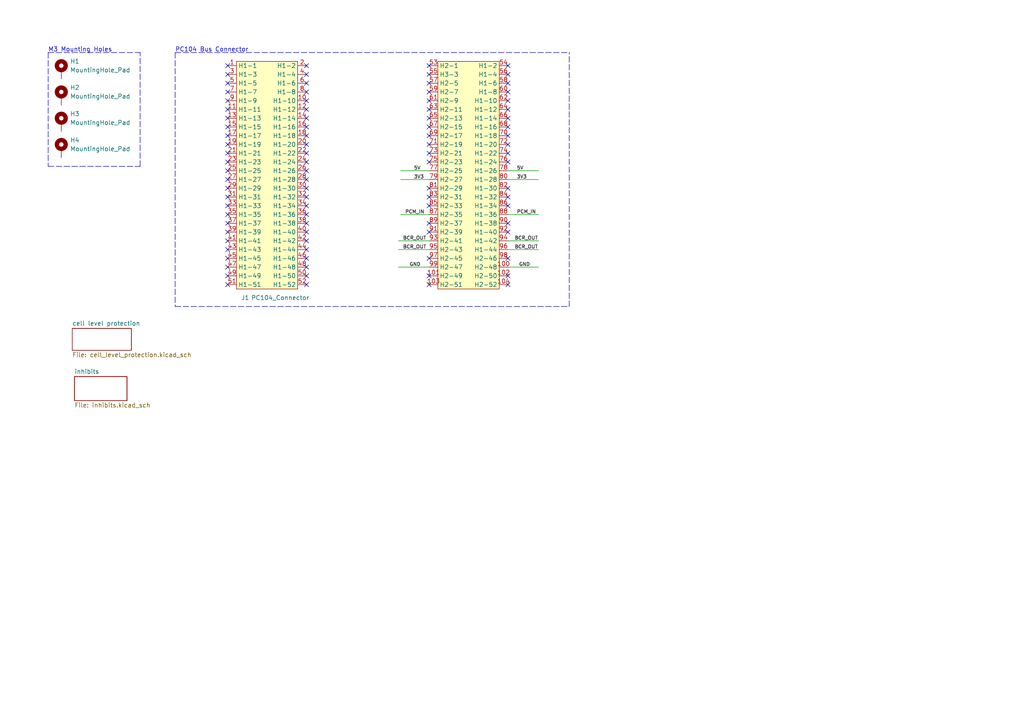
<source format=kicad_sch>
(kicad_sch (version 20211123) (generator eeschema)
  (paper "A4")
  (lib_symbols
    (symbol "Mechanical:MountingHole_Pad" (pin_numbers hide) (pin_names (offset 1.016) hide)
      (property "Reference" "H" (at 0 6.35 0))
      (property "Value" "MountingHole_Pad" (at 0 4.445 0))
      (symbol "MountingHole_Pad_0_1"
        (circle (center 0 1.27) (radius 1.27) (stroke (width 1.27)))
      )
      (symbol "MountingHole_Pad_1_1"
        (pin input line (at 0 -2.54 90) (length 2.54) (name "1") (number "1"))
      )
    )
    (symbol "qset-connector-library:PC104_Connector"
      (property "Reference" "J" (at -36.83 -71.12 0))
      (property "Value" "PC104_Connector" (at -26.67 -71.12 0))
      (symbol "PC104_Connector_0_1"
        (rectangle (start -38.1 -2.54) (end -20.32 -68.58) (fill (type background)))
        (rectangle (start 20.32 -2.54) (end 38.1 -68.58) (fill (type background)))
      )
      (symbol "PC104_Connector_1_1"
        (pin bidirectional line (at -40.64 -3.81 0) (length 2.54) (name "H1-1") (number "1"))
        (pin bidirectional line (at -17.78 -13.97 180) (length 2.54) (name "H1-10") (number "10"))
        (pin bidirectional line (at 40.64 -62.23 180) (length 2.54) (name "H2-48") (number "100"))
        (pin bidirectional line (at 17.78 -64.77 0) (length 2.54) (name "H2-49") (number "101"))
        (pin bidirectional line (at 40.64 -64.77 180) (length 2.54) (name "H2-50") (number "102"))
        (pin bidirectional line (at 17.78 -67.31 0) (length 2.54) (name "H2-51") (number "103"))
        (pin bidirectional line (at 40.64 -67.31 180) (length 2.54) (name "H2-52") (number "104"))
        (pin bidirectional line (at -40.64 -16.51 0) (length 2.54) (name "H1-11") (number "11"))
        (pin bidirectional line (at -17.78 -16.51 180) (length 2.54) (name "H1-12") (number "12"))
        (pin bidirectional line (at -40.64 -19.05 0) (length 2.54) (name "H1-13") (number "13"))
        (pin bidirectional line (at -17.78 -19.05 180) (length 2.54) (name "H1-14") (number "14"))
        (pin bidirectional line (at -40.64 -21.59 0) (length 2.54) (name "H1-15") (number "15"))
        (pin bidirectional line (at -17.78 -21.59 180) (length 2.54) (name "H1-16") (number "16"))
        (pin bidirectional line (at -40.64 -24.13 0) (length 2.54) (name "H1-17") (number "17"))
        (pin bidirectional line (at -17.78 -24.13 180) (length 2.54) (name "H1-18") (number "18"))
        (pin bidirectional line (at -40.64 -26.67 0) (length 2.54) (name "H1-19") (number "19"))
        (pin bidirectional line (at -17.78 -3.81 180) (length 2.54) (name "H1-2") (number "2"))
        (pin bidirectional line (at -17.78 -26.67 180) (length 2.54) (name "H1-20") (number "20"))
        (pin bidirectional line (at -40.64 -29.21 0) (length 2.54) (name "H1-21") (number "21"))
        (pin bidirectional line (at -17.78 -29.21 180) (length 2.54) (name "H1-22") (number "22"))
        (pin bidirectional line (at -40.64 -31.75 0) (length 2.54) (name "H1-23") (number "23"))
        (pin bidirectional line (at -17.78 -31.75 180) (length 2.54) (name "H1-24") (number "24"))
        (pin bidirectional line (at -40.64 -34.29 0) (length 2.54) (name "H1-25") (number "25"))
        (pin bidirectional line (at -17.78 -34.29 180) (length 2.54) (name "H1-26") (number "26"))
        (pin bidirectional line (at -40.64 -36.83 0) (length 2.54) (name "H1-27") (number "27"))
        (pin bidirectional line (at -17.78 -36.83 180) (length 2.54) (name "H1-28") (number "28"))
        (pin bidirectional line (at -40.64 -39.37 0) (length 2.54) (name "H1-29") (number "29"))
        (pin bidirectional line (at -40.64 -6.35 0) (length 2.54) (name "H1-3") (number "3"))
        (pin bidirectional line (at -17.78 -39.37 180) (length 2.54) (name "H1-30") (number "30"))
        (pin bidirectional line (at -40.64 -41.91 0) (length 2.54) (name "H1-31") (number "31"))
        (pin bidirectional line (at -17.78 -41.91 180) (length 2.54) (name "H1-32") (number "32"))
        (pin bidirectional line (at -40.64 -44.45 0) (length 2.54) (name "H1-33") (number "33"))
        (pin bidirectional line (at -17.78 -44.45 180) (length 2.54) (name "H1-34") (number "34"))
        (pin bidirectional line (at -40.64 -46.99 0) (length 2.54) (name "H1-35") (number "35"))
        (pin bidirectional line (at -17.78 -46.99 180) (length 2.54) (name "H1-36") (number "36"))
        (pin bidirectional line (at -40.64 -49.53 0) (length 2.54) (name "H1-37") (number "37"))
        (pin bidirectional line (at -17.78 -49.53 180) (length 2.54) (name "H1-38") (number "38"))
        (pin bidirectional line (at -40.64 -52.07 0) (length 2.54) (name "H1-39") (number "39"))
        (pin bidirectional line (at -17.78 -6.35 180) (length 2.54) (name "H1-4") (number "4"))
        (pin bidirectional line (at -17.78 -52.07 180) (length 2.54) (name "H1-40") (number "40"))
        (pin bidirectional line (at -40.64 -54.61 0) (length 2.54) (name "H1-41") (number "41"))
        (pin bidirectional line (at -17.78 -54.61 180) (length 2.54) (name "H1-42") (number "42"))
        (pin bidirectional line (at -40.64 -57.15 0) (length 2.54) (name "H1-43") (number "43"))
        (pin bidirectional line (at -17.78 -57.15 180) (length 2.54) (name "H1-44") (number "44"))
        (pin bidirectional line (at -40.64 -59.69 0) (length 2.54) (name "H1-45") (number "45"))
        (pin bidirectional line (at -17.78 -59.69 180) (length 2.54) (name "H1-46") (number "46"))
        (pin bidirectional line (at -40.64 -62.23 0) (length 2.54) (name "H1-47") (number "47"))
        (pin bidirectional line (at -17.78 -62.23 180) (length 2.54) (name "H1-48") (number "48"))
        (pin bidirectional line (at -40.64 -64.77 0) (length 2.54) (name "H1-49") (number "49"))
        (pin bidirectional line (at -40.64 -8.89 0) (length 2.54) (name "H1-5") (number "5"))
        (pin bidirectional line (at -17.78 -64.77 180) (length 2.54) (name "H1-50") (number "50"))
        (pin bidirectional line (at -40.64 -67.31 0) (length 2.54) (name "H1-51") (number "51"))
        (pin bidirectional line (at -17.78 -67.31 180) (length 2.54) (name "H1-52") (number "52"))
        (pin bidirectional line (at 17.78 -3.81 0) (length 2.54) (name "H2-1") (number "53"))
        (pin bidirectional line (at 40.64 -3.81 180) (length 2.54) (name "H1-2") (number "54"))
        (pin bidirectional line (at 17.78 -6.35 0) (length 2.54) (name "H3-3") (number "55"))
        (pin bidirectional line (at 40.64 -6.35 180) (length 2.54) (name "H1-4") (number "56"))
        (pin bidirectional line (at 17.78 -8.89 0) (length 2.54) (name "H2-5") (number "57"))
        (pin bidirectional line (at 40.64 -8.89 180) (length 2.54) (name "H1-6") (number "58"))
        (pin bidirectional line (at 17.78 -11.43 0) (length 2.54) (name "H2-7") (number "59"))
        (pin bidirectional line (at -17.78 -8.89 180) (length 2.54) (name "H1-6") (number "6"))
        (pin bidirectional line (at 40.64 -11.43 180) (length 2.54) (name "H1-8") (number "60"))
        (pin bidirectional line (at 17.78 -13.97 0) (length 2.54) (name "H2-9") (number "61"))
        (pin bidirectional line (at 40.64 -13.97 180) (length 2.54) (name "H1-10") (number "62"))
        (pin bidirectional line (at 17.78 -16.51 0) (length 2.54) (name "H2-11") (number "63"))
        (pin bidirectional line (at 40.64 -16.51 180) (length 2.54) (name "H1-12") (number "64"))
        (pin bidirectional line (at 17.78 -19.05 0) (length 2.54) (name "H2-13") (number "65"))
        (pin bidirectional line (at 40.64 -19.05 180) (length 2.54) (name "H1-14") (number "66"))
        (pin bidirectional line (at 17.78 -21.59 0) (length 2.54) (name "H2-15") (number "67"))
        (pin bidirectional line (at 40.64 -21.59 180) (length 2.54) (name "H1-16") (number "68"))
        (pin bidirectional line (at 17.78 -24.13 0) (length 2.54) (name "H2-17") (number "69"))
        (pin bidirectional line (at -40.64 -11.43 0) (length 2.54) (name "H1-7") (number "7"))
        (pin bidirectional line (at 40.64 -24.13 180) (length 2.54) (name "H1-18") (number "70"))
        (pin bidirectional line (at 17.78 -26.67 0) (length 2.54) (name "H2-19") (number "71"))
        (pin bidirectional line (at 40.64 -26.67 180) (length 2.54) (name "H1-20") (number "72"))
        (pin bidirectional line (at 17.78 -29.21 0) (length 2.54) (name "H2-21") (number "73"))
        (pin bidirectional line (at 40.64 -29.21 180) (length 2.54) (name "H1-22") (number "74"))
        (pin bidirectional line (at 17.78 -31.75 0) (length 2.54) (name "H2-23") (number "75"))
        (pin bidirectional line (at 40.64 -31.75 180) (length 2.54) (name "H1-24") (number "76"))
        (pin bidirectional line (at 17.78 -34.29 0) (length 2.54) (name "H2-25") (number "77"))
        (pin bidirectional line (at 40.64 -34.29 180) (length 2.54) (name "H1-26") (number "78"))
        (pin bidirectional line (at 17.78 -36.83 0) (length 2.54) (name "H2-27") (number "79"))
        (pin bidirectional line (at -17.78 -11.43 180) (length 2.54) (name "H1-8") (number "8"))
        (pin bidirectional line (at 40.64 -36.83 180) (length 2.54) (name "H1-28") (number "80"))
        (pin bidirectional line (at 17.78 -39.37 0) (length 2.54) (name "H2-29") (number "81"))
        (pin bidirectional line (at 40.64 -39.37 180) (length 2.54) (name "H1-30") (number "82"))
        (pin bidirectional line (at 17.78 -41.91 0) (length 2.54) (name "H2-31") (number "83"))
        (pin bidirectional line (at 40.64 -41.91 180) (length 2.54) (name "H1-32") (number "84"))
        (pin bidirectional line (at 17.78 -44.45 0) (length 2.54) (name "H2-33") (number "85"))
        (pin bidirectional line (at 40.64 -44.45 180) (length 2.54) (name "H1-34") (number "86"))
        (pin bidirectional line (at 17.78 -46.99 0) (length 2.54) (name "H2-35") (number "87"))
        (pin bidirectional line (at 40.64 -46.99 180) (length 2.54) (name "H1-36") (number "88"))
        (pin bidirectional line (at 17.78 -49.53 0) (length 2.54) (name "H2-37") (number "89"))
        (pin bidirectional line (at -40.64 -13.97 0) (length 2.54) (name "H1-9") (number "9"))
        (pin bidirectional line (at 40.64 -49.53 180) (length 2.54) (name "H1-38") (number "90"))
        (pin bidirectional line (at 17.78 -52.07 0) (length 2.54) (name "H2-39") (number "91"))
        (pin bidirectional line (at 40.64 -52.07 180) (length 2.54) (name "H1-40") (number "92"))
        (pin bidirectional line (at 17.78 -54.61 0) (length 2.54) (name "H2-41") (number "93"))
        (pin bidirectional line (at 40.64 -54.61 180) (length 2.54) (name "H1-42") (number "94"))
        (pin bidirectional line (at 17.78 -57.15 0) (length 2.54) (name "H2-43") (number "95"))
        (pin bidirectional line (at 40.64 -57.15 180) (length 2.54) (name "H1-44") (number "96"))
        (pin bidirectional line (at 17.78 -59.69 0) (length 2.54) (name "H2-45") (number "97"))
        (pin bidirectional line (at 40.64 -59.69 180) (length 2.54) (name "H2-46") (number "98"))
        (pin bidirectional line (at 17.78 -62.23 0) (length 2.54) (name "H2-47") (number "99"))
      )
    )
  )
  (no_connect (at 66.04 29.21))
  (no_connect (at 66.04 31.75))
  (no_connect (at 66.04 46.99))
  (no_connect (at 66.04 19.05))
  (no_connect (at 66.04 21.59))
  (no_connect (at 66.04 24.13))
  (no_connect (at 66.04 26.67))
  (no_connect (at 66.04 34.29))
  (no_connect (at 66.04 36.83))
  (no_connect (at 66.04 39.37))
  (no_connect (at 66.04 41.91))
  (no_connect (at 66.04 44.45))
  (no_connect (at 66.04 59.69))
  (no_connect (at 66.04 62.23))
  (no_connect (at 66.04 64.77))
  (no_connect (at 66.04 67.31))
  (no_connect (at 66.04 69.85))
  (no_connect (at 66.04 72.39))
  (no_connect (at 66.04 74.93))
  (no_connect (at 66.04 77.47))
  (no_connect (at 66.04 80.01))
  (no_connect (at 66.04 82.55))
  (no_connect (at 88.9 82.55))
  (no_connect (at 88.9 80.01))
  (no_connect (at 88.9 77.47))
  (no_connect (at 88.9 74.93))
  (no_connect (at 88.9 72.39))
  (no_connect (at 88.9 69.85))
  (no_connect (at 88.9 67.31))
  (no_connect (at 88.9 64.77))
  (no_connect (at 88.9 62.23))
  (no_connect (at 88.9 59.69))
  (no_connect (at 66.04 49.53))
  (no_connect (at 66.04 52.07))
  (no_connect (at 66.04 54.61))
  (no_connect (at 66.04 57.15))
  (no_connect (at 88.9 57.15))
  (no_connect (at 88.9 54.61))
  (no_connect (at 88.9 52.07))
  (no_connect (at 88.9 49.53))
  (no_connect (at 88.9 46.99))
  (no_connect (at 88.9 44.45))
  (no_connect (at 88.9 41.91))
  (no_connect (at 88.9 36.83))
  (no_connect (at 88.9 39.37))
  (no_connect (at 88.9 19.05))
  (no_connect (at 88.9 21.59))
  (no_connect (at 88.9 24.13))
  (no_connect (at 88.9 26.67))
  (no_connect (at 88.9 29.21))
  (no_connect (at 88.9 31.75))
  (no_connect (at 88.9 34.29))
  (no_connect (at 124.46 31.75))
  (no_connect (at 124.46 19.05))
  (no_connect (at 124.46 21.59))
  (no_connect (at 124.46 24.13))
  (no_connect (at 124.46 26.67))
  (no_connect (at 124.46 29.21))
  (no_connect (at 124.46 34.29))
  (no_connect (at 124.46 36.83))
  (no_connect (at 124.46 39.37))
  (no_connect (at 124.46 41.91))
  (no_connect (at 124.46 44.45))
  (no_connect (at 124.46 46.99))
  (no_connect (at 124.46 54.61))
  (no_connect (at 124.46 57.15))
  (no_connect (at 124.46 59.69))
  (no_connect (at 124.46 64.77))
  (no_connect (at 124.46 67.31))
  (no_connect (at 124.46 74.93))
  (no_connect (at 124.46 80.01))
  (no_connect (at 124.46 82.55))
  (no_connect (at 147.32 82.55))
  (no_connect (at 147.32 80.01))
  (no_connect (at 147.32 74.93))
  (no_connect (at 147.32 67.31))
  (no_connect (at 147.32 64.77))
  (no_connect (at 147.32 59.69))
  (no_connect (at 147.32 57.15))
  (no_connect (at 147.32 54.61))
  (no_connect (at 147.32 29.21))
  (no_connect (at 147.32 19.05))
  (no_connect (at 147.32 21.59))
  (no_connect (at 147.32 24.13))
  (no_connect (at 147.32 26.67))
  (no_connect (at 147.32 46.99))
  (no_connect (at 147.32 44.45))
  (no_connect (at 147.32 41.91))
  (no_connect (at 147.32 39.37))
  (no_connect (at 147.32 36.83))
  (no_connect (at 147.32 34.29))
  (no_connect (at 147.32 31.75))
  (polyline (pts (xy 50.8 15.24) (xy 50.8 88.9)))
  (wire (pts (xy 147.32 62.23) (xy 156.21 62.23)))
  (wire (pts (xy 115.57 69.85) (xy 124.46 69.85)))
  (wire (pts (xy 116.205 52.07) (xy 124.46 52.07)))
  (wire (pts (xy 115.57 77.47) (xy 124.46 77.47)))
  (polyline (pts (xy 13.97 15.24) (xy 13.97 48.26)))
  (polyline (pts (xy 50.8 88.9) (xy 165.1 88.9)))
  (polyline (pts (xy 40.64 48.26) (xy 40.64 15.24)))
  (wire (pts (xy 115.57 72.39) (xy 124.46 72.39)))
  (wire (pts (xy 147.32 52.07) (xy 156.21 52.07)))
  (wire (pts (xy 116.205 62.23) (xy 124.46 62.23)))
  (polyline (pts (xy 13.97 48.26) (xy 40.64 48.26)))
  (wire (pts (xy 147.32 69.85) (xy 156.21 69.85)))
  (wire (pts (xy 147.32 49.53) (xy 156.21 49.53)))
  (wire (pts (xy 147.32 77.47) (xy 156.21 77.47)))
  (wire (pts (xy 116.205 49.53) (xy 124.46 49.53)))
  (wire (pts (xy 147.32 72.39) (xy 156.21 72.39)))
  (polyline (pts (xy 50.8 15.24) (xy 165.1 15.24)))
  (polyline (pts (xy 165.1 88.9) (xy 165.1 15.24)))
  (polyline (pts (xy 13.97 15.24) (xy 40.64 15.24)))
  (text "M3 Mounting Holes\n" (at 13.97 15.24 0) (effects (font (size 1.27 1.27)) (justify left bottom)))
  (text "PC104 Bus Connector" (at 50.8 15.24 0) (effects (font (size 1.27 1.27)) (justify left bottom)))
  (label "GND" (at 150.495 77.47 0) (effects (font (size 1 1))))
  (label "3V3" (at 149.86 52.07 0) (effects (font (size 1 1))))
  (label "5V" (at 120.015 49.53 0) (effects (font (size 1 1))))
  (label "PCM_IN" (at 149.86 62.23 0) (effects (font (size 1 1))))
  (label "BCR_OUT" (at 149.225 72.39 0) (effects (font (size 1 1))))
  (label "BCR_OUT" (at 149.225 69.85 0) (effects (font (size 1 1))))
  (label "GND" (at 118.745 77.47 0) (effects (font (size 1 1))))
  (label "BCR_OUT" (at 116.84 72.39 0) (effects (font (size 1 1))))
  (label "PCM_IN" (at 117.475 62.23 0) (effects (font (size 1 1))))
  (label "3V3" (at 120.015 52.07 0) (effects (font (size 1 1))))
  (label "5V" (at 149.86 49.53 0) (effects (font (size 1 1))))
  (label "BCR_OUT" (at 116.84 69.85 0) (effects (font (size 1 1))))
  (symbol (lib_id "Mechanical:MountingHole_Pad") (at 17.78 27.94 0) (unit 1)
    (property "Reference" "H2" (at 20.32 25.3999 0) (effects (justify left)))
    (property "Value" "MountingHole_Pad" (at 20.32 27.9399 0) (effects (justify left)))
    (property "Footprint" "MountingHole:MountingHole_3.2mm_M3_Pad_TopBottom" (effects hide))
  )
  (symbol (lib_id "Mechanical:MountingHole_Pad") (at 17.78 20.32 0) (unit 1)
    (property "Reference" "H1" (at 20.32 17.7799 0) (effects (justify left)))
    (property "Value" "MountingHole_Pad" (at 20.32 20.3199 0) (effects (justify left)))
    (property "Footprint" "MountingHole:MountingHole_3.2mm_M3_Pad_TopBottom" (effects hide))
  )
  (symbol (lib_id "Mechanical:MountingHole_Pad") (at 17.78 43.18 0) (unit 1)
    (property "Reference" "H4" (at 20.32 40.6399 0) (effects (justify left)))
    (property "Value" "MountingHole_Pad" (at 20.32 43.1799 0) (effects (justify left)))
    (property "Footprint" "MountingHole:MountingHole_3.2mm_M3_Pad_TopBottom" (effects hide))
  )
  (symbol (lib_id "qset-connector-library:PC104_Connector") (at 106.68 15.24 0) (unit 1)
    (property "Reference" "J1" (at 71.12 86.36 0))
    (property "Value" "PC104_Connector" (at 81.28 86.36 0))
    (property "Footprint" "pc104-connector:pc104-connector" (effects hide))
  )
  (symbol (lib_id "Mechanical:MountingHole_Pad") (at 17.78 35.56 0) (unit 1)
    (property "Reference" "H3" (at 20.32 33.0199 0) (effects (justify left)))
    (property "Value" "MountingHole_Pad" (at 20.32 35.5599 0) (effects (justify left)))
    (property "Footprint" "MountingHole:MountingHole_3.2mm_M3_Pad_TopBottom" (effects hide))
  )
  (sheet (at 21.59 109.22) (size 15.24 6.985) (stroke (width 0.1524))
    (property "Sheet name" "inhibits" (at 21.59 108.5084 0) (effects (justify left bottom)))
    (property "Sheet file" "inhibits.kicad_sch" (at 21.59 116.7896 0) (effects (justify left top)))
  )
  (sheet (at 20.955 95.25) (size 17.145 6.35) (stroke (width 0.1524))
    (property "Sheet name" "cell level protection" (at 20.955 94.5384 0) (effects (justify left bottom)))
    (property "Sheet file" "cell_level_protection.kicad_sch" (at 20.955 102.1846 0) (effects (justify left top)))
  )
)
</source>
